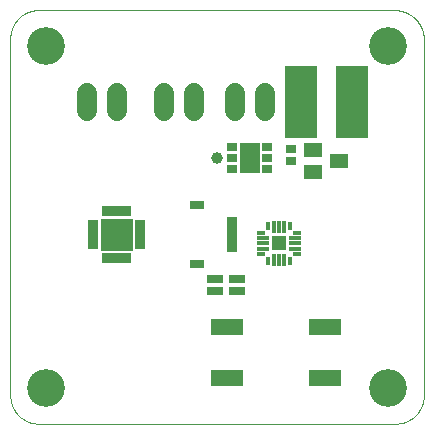
<source format=gts>
G04 EAGLE Gerber X2 export*
G75*
%MOMM*%
%FSLAX35Y35*%
%LPD*%
%AMOC8*
5,1,8,0,0,1.08239X$1,22.5*%
G01*
%ADD10C,0.000000*%
%ADD11R,1.703200X2.503200*%
%ADD12R,0.913200X0.663200*%
%ADD13R,2.703200X2.703200*%
%ADD14R,0.503200X0.953200*%
%ADD15R,0.953200X0.503200*%
%ADD16R,2.703200X6.203200*%
%ADD17R,1.603200X1.203200*%
%ADD18R,0.903200X0.803200*%
%ADD19C,1.703200*%
%ADD20R,1.303200X1.303200*%
%ADD21R,0.453200X1.003200*%
%ADD22R,1.003200X0.453200*%
%ADD23R,0.753200X0.453200*%
%ADD24R,0.453200X0.753200*%
%ADD25R,2.743200X1.473200*%
%ADD26R,1.403200X0.803200*%
%ADD27R,0.903200X0.503200*%
%ADD28R,1.203200X0.803200*%
%ADD29C,3.203200*%
%ADD30C,1.003200*%


D10*
X250000Y0D02*
X3250000Y0D01*
X3500000Y225000D02*
X3500000Y3275000D01*
X3225000Y3500000D02*
X250000Y3500000D01*
X0Y3275000D02*
X0Y225000D01*
X0Y3275000D02*
X371Y3280735D01*
X881Y3286460D01*
X1529Y3292170D01*
X2315Y3297864D01*
X3238Y3303536D01*
X4298Y3309185D01*
X5494Y3314806D01*
X6826Y3320397D01*
X8292Y3325954D01*
X9892Y3331474D01*
X11626Y3336954D01*
X13491Y3342390D01*
X15487Y3347780D01*
X17612Y3353120D01*
X19866Y3358406D01*
X22247Y3363637D01*
X24754Y3368809D01*
X27385Y3373919D01*
X30138Y3378963D01*
X33013Y3383940D01*
X36007Y3388846D01*
X39119Y3393678D01*
X42347Y3398433D01*
X45688Y3403109D01*
X49142Y3407703D01*
X52706Y3412212D01*
X56377Y3416633D01*
X60154Y3420965D01*
X64035Y3425204D01*
X68018Y3429348D01*
X72099Y3433395D01*
X76276Y3437342D01*
X80548Y3441186D01*
X84912Y3444927D01*
X89365Y3448561D01*
X93904Y3452086D01*
X98527Y3455500D01*
X103231Y3458802D01*
X108014Y3461989D01*
X112872Y3465060D01*
X117803Y3468012D01*
X122804Y3470844D01*
X127872Y3473555D01*
X133003Y3476142D01*
X138196Y3478605D01*
X143447Y3480942D01*
X148753Y3483150D01*
X154111Y3485230D01*
X159517Y3487180D01*
X164969Y3488999D01*
X170463Y3490686D01*
X175997Y3492239D01*
X181566Y3493658D01*
X187168Y3494942D01*
X192799Y3496090D01*
X198457Y3497102D01*
X204137Y3497977D01*
X209837Y3498715D01*
X215553Y3499314D01*
X221281Y3499775D01*
X227020Y3500098D01*
X232764Y3500282D01*
X238511Y3500327D01*
X244257Y3500233D01*
X250000Y3500000D01*
X3225000Y3500000D02*
X3231143Y3500538D01*
X3237297Y3500926D01*
X3243459Y3501162D01*
X3249625Y3501247D01*
X3255791Y3501180D01*
X3261953Y3500962D01*
X3268109Y3500594D01*
X3274253Y3500074D01*
X3280383Y3499403D01*
X3286494Y3498582D01*
X3292584Y3497612D01*
X3298648Y3496492D01*
X3304682Y3495224D01*
X3310684Y3493808D01*
X3316649Y3492246D01*
X3322574Y3490537D01*
X3328455Y3488684D01*
X3334289Y3486686D01*
X3340072Y3484546D01*
X3345801Y3482265D01*
X3351472Y3479844D01*
X3357083Y3477285D01*
X3362628Y3474588D01*
X3368106Y3471757D01*
X3373512Y3468792D01*
X3378845Y3465694D01*
X3384099Y3462467D01*
X3389273Y3459113D01*
X3394363Y3455632D01*
X3399366Y3452027D01*
X3404279Y3448300D01*
X3409099Y3444454D01*
X3413823Y3440491D01*
X3418449Y3436414D01*
X3422973Y3432224D01*
X3427393Y3427924D01*
X3431706Y3423517D01*
X3435909Y3419005D01*
X3440001Y3414392D01*
X3443978Y3409679D01*
X3447839Y3404871D01*
X3451580Y3399969D01*
X3455199Y3394977D01*
X3458695Y3389897D01*
X3462066Y3384733D01*
X3465309Y3379489D01*
X3468422Y3374166D01*
X3471403Y3368768D01*
X3474251Y3363299D01*
X3476964Y3357761D01*
X3479540Y3352159D01*
X3481978Y3346495D01*
X3484276Y3340773D01*
X3486433Y3334996D01*
X3488448Y3329168D01*
X3490319Y3323292D01*
X3492045Y3317372D01*
X3493626Y3311412D01*
X3495060Y3305415D01*
X3496346Y3299384D01*
X3497484Y3293323D01*
X3498472Y3287237D01*
X3499311Y3281128D01*
X3500000Y3275000D01*
X3500000Y225000D02*
X3499629Y219265D01*
X3499119Y213540D01*
X3498471Y207830D01*
X3497685Y202136D01*
X3496762Y196464D01*
X3495702Y190815D01*
X3494506Y185194D01*
X3493174Y179603D01*
X3491708Y174046D01*
X3490108Y168526D01*
X3488374Y163046D01*
X3486509Y157610D01*
X3484513Y152220D01*
X3482388Y146880D01*
X3480134Y141594D01*
X3477753Y136363D01*
X3475246Y131191D01*
X3472615Y126081D01*
X3469862Y121037D01*
X3466987Y116060D01*
X3463993Y111154D01*
X3460881Y106322D01*
X3457653Y101567D01*
X3454312Y96891D01*
X3450858Y92297D01*
X3447294Y87788D01*
X3443623Y83367D01*
X3439846Y79035D01*
X3435965Y74796D01*
X3431982Y70652D01*
X3427901Y66605D01*
X3423724Y62658D01*
X3419452Y58814D01*
X3415088Y55073D01*
X3410635Y51439D01*
X3406096Y47914D01*
X3401473Y44500D01*
X3396769Y41198D01*
X3391986Y38011D01*
X3387128Y34940D01*
X3382197Y31988D01*
X3377196Y29156D01*
X3372128Y26445D01*
X3366997Y23858D01*
X3361804Y21395D01*
X3356553Y19058D01*
X3351247Y16850D01*
X3345889Y14770D01*
X3340483Y12820D01*
X3335031Y11001D01*
X3329537Y9314D01*
X3324003Y7761D01*
X3318434Y6342D01*
X3312832Y5058D01*
X3307201Y3910D01*
X3301543Y2898D01*
X3295863Y2023D01*
X3290163Y1285D01*
X3284447Y686D01*
X3278719Y225D01*
X3272980Y-98D01*
X3267236Y-282D01*
X3261489Y-327D01*
X3255743Y-233D01*
X3250000Y0D01*
X250000Y0D02*
X244257Y-233D01*
X238511Y-327D01*
X232764Y-282D01*
X227020Y-98D01*
X221281Y225D01*
X215553Y686D01*
X209837Y1285D01*
X204137Y2023D01*
X198457Y2898D01*
X192799Y3910D01*
X187168Y5058D01*
X181566Y6342D01*
X175997Y7761D01*
X170463Y9314D01*
X164969Y11001D01*
X159517Y12820D01*
X154111Y14770D01*
X148753Y16850D01*
X143447Y19058D01*
X138196Y21395D01*
X133003Y23858D01*
X127872Y26445D01*
X122804Y29156D01*
X117803Y31988D01*
X112872Y34940D01*
X108014Y38011D01*
X103231Y41198D01*
X98527Y44500D01*
X93904Y47914D01*
X89365Y51439D01*
X84912Y55073D01*
X80548Y58814D01*
X76276Y62658D01*
X72099Y66605D01*
X68018Y70652D01*
X64035Y74796D01*
X60154Y79035D01*
X56377Y83367D01*
X52706Y87788D01*
X49142Y92297D01*
X45688Y96891D01*
X42347Y101567D01*
X39119Y106322D01*
X36007Y111154D01*
X33013Y116060D01*
X30138Y121037D01*
X27385Y126081D01*
X24754Y131191D01*
X22247Y136363D01*
X19866Y141594D01*
X17612Y146880D01*
X15487Y152220D01*
X13491Y157610D01*
X11626Y163046D01*
X9892Y168526D01*
X8292Y174046D01*
X6826Y179603D01*
X5494Y185194D01*
X4298Y190815D01*
X3238Y196464D01*
X2315Y202136D01*
X1529Y207830D01*
X881Y213540D01*
X371Y219265D01*
X0Y225000D01*
X3225000Y3500000D02*
X3231143Y3500538D01*
X3237297Y3500926D01*
X3243459Y3501162D01*
X3249625Y3501247D01*
X3255791Y3501180D01*
X3261953Y3500962D01*
X3268109Y3500594D01*
X3274253Y3500074D01*
X3280383Y3499403D01*
X3286494Y3498582D01*
X3292584Y3497612D01*
X3298648Y3496492D01*
X3304682Y3495224D01*
X3310684Y3493808D01*
X3316649Y3492246D01*
X3322574Y3490537D01*
X3328455Y3488684D01*
X3334289Y3486686D01*
X3340072Y3484546D01*
X3345801Y3482265D01*
X3351472Y3479844D01*
X3357083Y3477285D01*
X3362628Y3474588D01*
X3368106Y3471757D01*
X3373512Y3468792D01*
X3378845Y3465694D01*
X3384099Y3462467D01*
X3389273Y3459113D01*
X3394363Y3455632D01*
X3399366Y3452027D01*
X3404279Y3448300D01*
X3409099Y3444454D01*
X3413823Y3440491D01*
X3418449Y3436414D01*
X3422973Y3432224D01*
X3427393Y3427924D01*
X3431706Y3423517D01*
X3435909Y3419005D01*
X3440001Y3414392D01*
X3443978Y3409679D01*
X3447839Y3404871D01*
X3451580Y3399969D01*
X3455199Y3394977D01*
X3458695Y3389897D01*
X3462066Y3384733D01*
X3465309Y3379489D01*
X3468422Y3374166D01*
X3471403Y3368768D01*
X3474251Y3363299D01*
X3476964Y3357761D01*
X3479540Y3352159D01*
X3481978Y3346495D01*
X3484276Y3340773D01*
X3486433Y3334996D01*
X3488448Y3329168D01*
X3490319Y3323292D01*
X3492045Y3317372D01*
X3493626Y3311412D01*
X3495060Y3305415D01*
X3496346Y3299384D01*
X3497484Y3293323D01*
X3498472Y3287237D01*
X3499311Y3281128D01*
X3500000Y3275000D01*
X3500000Y225000D02*
X3499629Y219265D01*
X3499119Y213540D01*
X3498471Y207830D01*
X3497685Y202136D01*
X3496762Y196464D01*
X3495702Y190815D01*
X3494506Y185194D01*
X3493174Y179603D01*
X3491708Y174046D01*
X3490108Y168526D01*
X3488374Y163046D01*
X3486509Y157610D01*
X3484513Y152220D01*
X3482388Y146880D01*
X3480134Y141594D01*
X3477753Y136363D01*
X3475246Y131191D01*
X3472615Y126081D01*
X3469862Y121037D01*
X3466987Y116060D01*
X3463993Y111154D01*
X3460881Y106322D01*
X3457653Y101567D01*
X3454312Y96891D01*
X3450858Y92297D01*
X3447294Y87788D01*
X3443623Y83367D01*
X3439846Y79035D01*
X3435965Y74796D01*
X3431982Y70652D01*
X3427901Y66605D01*
X3423724Y62658D01*
X3419452Y58814D01*
X3415088Y55073D01*
X3410635Y51439D01*
X3406096Y47914D01*
X3401473Y44500D01*
X3396769Y41198D01*
X3391986Y38011D01*
X3387128Y34940D01*
X3382197Y31988D01*
X3377196Y29156D01*
X3372128Y26445D01*
X3366997Y23858D01*
X3361804Y21395D01*
X3356553Y19058D01*
X3351247Y16850D01*
X3345889Y14770D01*
X3340483Y12820D01*
X3335031Y11001D01*
X3329537Y9314D01*
X3324003Y7761D01*
X3318434Y6342D01*
X3312832Y5058D01*
X3307201Y3910D01*
X3301543Y2898D01*
X3295863Y2023D01*
X3290163Y1285D01*
X3284447Y686D01*
X3278719Y225D01*
X3272980Y-98D01*
X3267236Y-282D01*
X3261489Y-327D01*
X3255743Y-233D01*
X3250000Y0D01*
X250000Y0D02*
X244257Y-233D01*
X238511Y-327D01*
X232764Y-282D01*
X227020Y-98D01*
X221281Y225D01*
X215553Y686D01*
X209837Y1285D01*
X204137Y2023D01*
X198457Y2898D01*
X192799Y3910D01*
X187168Y5058D01*
X181566Y6342D01*
X175997Y7761D01*
X170463Y9314D01*
X164969Y11001D01*
X159517Y12820D01*
X154111Y14770D01*
X148753Y16850D01*
X143447Y19058D01*
X138196Y21395D01*
X133003Y23858D01*
X127872Y26445D01*
X122804Y29156D01*
X117803Y31988D01*
X112872Y34940D01*
X108014Y38011D01*
X103231Y41198D01*
X98527Y44500D01*
X93904Y47914D01*
X89365Y51439D01*
X84912Y55073D01*
X80548Y58814D01*
X76276Y62658D01*
X72099Y66605D01*
X68018Y70652D01*
X64035Y74796D01*
X60154Y79035D01*
X56377Y83367D01*
X52706Y87788D01*
X49142Y92297D01*
X45688Y96891D01*
X42347Y101567D01*
X39119Y106322D01*
X36007Y111154D01*
X33013Y116060D01*
X30138Y121037D01*
X27385Y126081D01*
X24754Y131191D01*
X22247Y136363D01*
X19866Y141594D01*
X17612Y146880D01*
X15487Y152220D01*
X13491Y157610D01*
X11626Y163046D01*
X9892Y168526D01*
X8292Y174046D01*
X6826Y179603D01*
X5494Y185194D01*
X4298Y190815D01*
X3238Y196464D01*
X2315Y202136D01*
X1529Y207830D01*
X881Y213540D01*
X371Y219265D01*
X0Y225000D01*
D11*
X2025000Y2250000D03*
D12*
X1877000Y2344000D03*
X1877000Y2250000D03*
X1877000Y2156000D03*
X2173000Y2250000D03*
X2173000Y2155000D03*
X2173000Y2345000D03*
D13*
X900000Y1600000D03*
D14*
X800000Y1800000D03*
X850000Y1800000D03*
X900000Y1800000D03*
X950000Y1800000D03*
X1000000Y1800000D03*
X1000000Y1400000D03*
X950000Y1400000D03*
X900000Y1400000D03*
X850000Y1400000D03*
X800000Y1400000D03*
D15*
X1100000Y1500000D03*
X1100000Y1550000D03*
X1100000Y1600000D03*
X1100000Y1650000D03*
X1100000Y1700000D03*
X700000Y1700000D03*
X700000Y1650000D03*
X700000Y1600000D03*
X700000Y1550000D03*
X700000Y1500000D03*
D16*
X2892500Y2725000D03*
X2462500Y2725000D03*
D17*
X2785000Y2225000D03*
X2565000Y2130000D03*
X2565000Y2320000D03*
D18*
X2375000Y2225000D03*
X2375000Y2325000D03*
D19*
X1552000Y2650000D02*
X1552000Y2800000D01*
X1298000Y2800000D02*
X1298000Y2650000D01*
X902000Y2650000D02*
X902000Y2800000D01*
X648000Y2800000D02*
X648000Y2650000D01*
D20*
X2275000Y1525000D03*
D21*
X2230000Y1665000D03*
X2275000Y1665000D03*
X2320000Y1665000D03*
X2230000Y1385000D03*
X2275000Y1385000D03*
X2320000Y1385000D03*
D22*
X2410000Y1480000D03*
X2410000Y1525000D03*
X2410000Y1570000D03*
X2135000Y1480000D03*
X2135000Y1525000D03*
X2135000Y1570000D03*
D23*
X2123000Y1435000D03*
D24*
X2185000Y1373000D03*
X2185000Y1677000D03*
D23*
X2123000Y1615000D03*
D24*
X2365000Y1677000D03*
X2365000Y1373000D03*
D23*
X2423000Y1435000D03*
X2423000Y1615000D03*
D25*
X1837100Y815900D03*
X1837100Y384100D03*
X2662900Y384100D03*
X2662900Y815900D03*
D19*
X2152000Y2650000D02*
X2152000Y2800000D01*
X1898000Y2800000D02*
X1898000Y2650000D01*
D26*
X1915000Y1127000D03*
X1915000Y1223000D03*
X1735000Y1223000D03*
X1735000Y1127000D03*
D27*
X1877000Y1575000D03*
X1877000Y1625000D03*
X1877000Y1675000D03*
X1877000Y1525000D03*
X1877000Y1475000D03*
X1877000Y1725000D03*
D28*
X1577000Y1850000D03*
X1577000Y1350000D03*
D29*
X300000Y3200000D03*
X300000Y300000D03*
X3200000Y300000D03*
X3200000Y3200000D03*
D30*
X1750000Y2250000D03*
M02*

</source>
